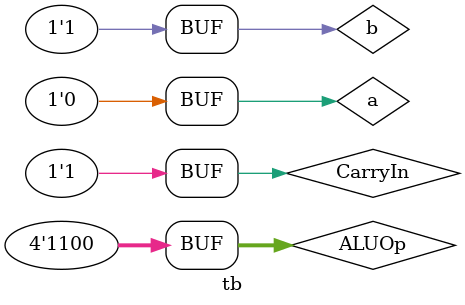
<source format=v>
module tb
(

);
	     reg a;
	     reg b;
	     reg CarryIn;
	     reg [3:0] ALUOp;
       wire CarryOut;
       
	
	ALU_1_bit ALU
	(
		.a(a),
		.b(b),
		.CarryIn(CarryIn),
		.ALUOp(ALUOp),
		.Result(Result),
		.CarryOut(CarryOut)
	);
	
	initial
  begin
  a = 1'b0;
  b = 1'b1;
  CarryIn = 1'b1;
  ALUOp = 4'b0000;
  #100 ALUOp = 4'b0001;
  #100 ALUOp = 4'b0010;
  #100 ALUOp = 4'b0100;
  #100 ALUOp = 4'b1100;
  end
	
	initial
	$monitor("Time = ",$time, "---> Output = %d",a,b,CarryIn,Result,CarryOut);
endmodule

</source>
